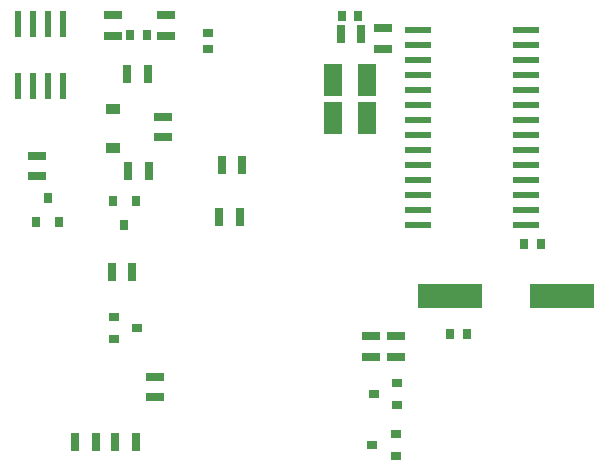
<source format=gbp>
%FSLAX24Y24*%
%MOIN*%
G70*
G01*
G75*
G04 Layer_Color=128*
%ADD10R,0.0118X0.0295*%
%ADD11R,0.0236X0.0886*%
%ADD12R,0.0591X0.0295*%
%ADD13R,0.0295X0.0591*%
%ADD14R,0.0354X0.0315*%
%ADD15R,0.0315X0.0354*%
%ADD16R,0.0433X0.0492*%
%ADD17R,0.0492X0.0433*%
%ADD18R,0.0480X0.0358*%
%ADD19R,0.0358X0.0480*%
%ADD20R,0.0906X0.0906*%
%ADD21R,0.0354X0.0315*%
%ADD22R,0.0197X0.0236*%
%ADD23R,0.0236X0.0197*%
%ADD24R,0.0827X0.0315*%
%ADD25R,0.0984X0.0315*%
%ADD26R,0.0315X0.0354*%
%ADD27R,0.0886X0.0236*%
%ADD28C,0.0335*%
%ADD29R,0.0846X0.0335*%
%ADD30R,0.0335X0.0846*%
%ADD31C,0.0197*%
%ADD32C,0.0118*%
%ADD33C,0.0157*%
%ADD34C,0.0177*%
%ADD35C,0.0138*%
%ADD36C,0.0591*%
%ADD37R,0.0591X0.0591*%
%ADD38O,0.0669X0.1181*%
%ADD39C,0.0500*%
%ADD40C,0.0394*%
%ADD41R,0.0630X0.1063*%
%ADD42R,0.2165X0.0827*%
%ADD43R,0.0906X0.0236*%
%ADD44C,0.0100*%
%ADD45C,0.0098*%
%ADD46C,0.0236*%
%ADD47C,0.0394*%
%ADD48C,0.0039*%
%ADD49C,0.0079*%
%ADD50C,0.0150*%
%ADD51C,0.0050*%
%ADD52C,0.0070*%
%ADD53C,0.0069*%
%ADD54R,0.0198X0.0375*%
%ADD55R,0.0316X0.0966*%
%ADD56R,0.0671X0.0375*%
%ADD57R,0.0375X0.0671*%
%ADD58R,0.0434X0.0395*%
%ADD59R,0.0395X0.0434*%
%ADD60R,0.0513X0.0572*%
%ADD61R,0.0572X0.0513*%
%ADD62R,0.0560X0.0438*%
%ADD63R,0.0438X0.0560*%
%ADD64R,0.0986X0.0986*%
%ADD65R,0.0434X0.0395*%
%ADD66R,0.0277X0.0316*%
%ADD67R,0.0316X0.0277*%
%ADD68R,0.0907X0.0395*%
%ADD69R,0.1064X0.0395*%
%ADD70R,0.0395X0.0434*%
%ADD71R,0.0966X0.0316*%
%ADD72C,0.0415*%
%ADD73R,0.0926X0.0415*%
%ADD74R,0.0415X0.0926*%
%ADD75C,0.0671*%
%ADD76R,0.0671X0.0671*%
%ADD77O,0.0749X0.1261*%
%ADD78C,0.0580*%
%ADD79R,0.0710X0.1143*%
%ADD80R,0.2245X0.0907*%
%ADD81R,0.0986X0.0316*%
%ADD82C,0.0474*%
D11*
X2089Y12992D02*
D03*
X1589D02*
D03*
X1089D02*
D03*
X589D02*
D03*
X2089Y15039D02*
D03*
X1589D02*
D03*
X1089D02*
D03*
X589D02*
D03*
D12*
X5512Y14656D02*
D03*
Y15344D02*
D03*
X3740Y14656D02*
D03*
Y15344D02*
D03*
X12756Y14911D02*
D03*
Y14222D02*
D03*
X13189Y3947D02*
D03*
Y4636D02*
D03*
X5157Y2608D02*
D03*
Y3297D02*
D03*
X1220Y10659D02*
D03*
Y9970D02*
D03*
X5433Y11959D02*
D03*
Y11270D02*
D03*
X12362Y3947D02*
D03*
Y4636D02*
D03*
D13*
X11348Y14724D02*
D03*
X12037D02*
D03*
X4518Y1102D02*
D03*
X3829D02*
D03*
X3179D02*
D03*
X2490D02*
D03*
X4222Y13386D02*
D03*
X4911D02*
D03*
X4400Y6772D02*
D03*
X3711D02*
D03*
X4951Y10157D02*
D03*
X4262D02*
D03*
X7372Y10354D02*
D03*
X8061D02*
D03*
X7982Y8622D02*
D03*
X7293D02*
D03*
D14*
X13189Y1398D02*
D03*
Y650D02*
D03*
X12402Y1024D02*
D03*
X3780Y4547D02*
D03*
Y5295D02*
D03*
X4567Y4921D02*
D03*
X13228Y3091D02*
D03*
Y2343D02*
D03*
X12441Y2717D02*
D03*
D15*
X3760Y9134D02*
D03*
X4508D02*
D03*
X4134Y8346D02*
D03*
X1949Y8465D02*
D03*
X1201D02*
D03*
X1575Y9252D02*
D03*
D18*
X3740Y12219D02*
D03*
Y10931D02*
D03*
D21*
X6929Y14764D02*
D03*
Y14213D02*
D03*
D26*
X4882Y14685D02*
D03*
X4331D02*
D03*
X15000Y4724D02*
D03*
X15551D02*
D03*
X18021Y7717D02*
D03*
X17469D02*
D03*
X11929Y15315D02*
D03*
X11378D02*
D03*
D41*
X12205Y13189D02*
D03*
X11102D02*
D03*
X12205Y11929D02*
D03*
X11102D02*
D03*
D42*
X14980Y5984D02*
D03*
X18720D02*
D03*
D43*
X17510Y14864D02*
D03*
Y14364D02*
D03*
Y13864D02*
D03*
Y13364D02*
D03*
Y12864D02*
D03*
Y12364D02*
D03*
Y11864D02*
D03*
Y11364D02*
D03*
Y10864D02*
D03*
Y10364D02*
D03*
Y9864D02*
D03*
Y9364D02*
D03*
Y8864D02*
D03*
Y8364D02*
D03*
X13907Y14864D02*
D03*
Y14364D02*
D03*
Y13864D02*
D03*
Y13364D02*
D03*
Y12864D02*
D03*
Y12364D02*
D03*
Y11864D02*
D03*
Y11364D02*
D03*
Y10864D02*
D03*
Y10364D02*
D03*
Y9864D02*
D03*
Y9364D02*
D03*
Y8864D02*
D03*
Y8364D02*
D03*
M02*

</source>
